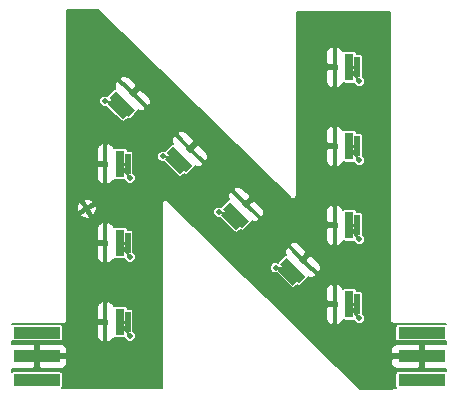
<source format=gtl>
G04 #@! TF.FileFunction,Copper,L1,Top,Signal*
%FSLAX46Y46*%
G04 Gerber Fmt 4.6, Leading zero omitted, Abs format (unit mm)*
G04 Created by KiCad (PCBNEW 4.0.0-rc2-stable) date 3/3/2016 3:46:15 PM*
%MOMM*%
G01*
G04 APERTURE LIST*
%ADD10C,0.150000*%
%ADD11R,0.500000X1.800000*%
%ADD12R,0.320000X2.300000*%
%ADD13R,0.800000X2.300000*%
%ADD14C,0.500000*%
%ADD15R,4.000000X1.000000*%
%ADD16C,0.600000*%
%ADD17C,0.254000*%
%ADD18C,0.152400*%
G04 APERTURE END LIST*
D10*
D11*
X56728285Y-45282310D03*
D12*
X54828285Y-45282310D03*
D13*
X56078285Y-45282310D03*
D14*
X56928285Y-46482310D03*
D11*
X56728285Y-38591890D03*
D12*
X54828285Y-38591890D03*
D13*
X56078285Y-38591890D03*
D14*
X56928285Y-39791890D03*
D11*
X56728285Y-31901470D03*
D12*
X54828285Y-31901470D03*
D13*
X56078285Y-31901470D03*
D14*
X56928285Y-33101470D03*
D10*
G36*
X56290609Y-28087532D02*
X54993241Y-26839800D01*
X55339833Y-26479420D01*
X56637201Y-27727152D01*
X56290609Y-28087532D01*
X56290609Y-28087532D01*
G37*
G36*
X57850236Y-26826516D02*
X56192488Y-25232191D01*
X56414308Y-25001548D01*
X58072056Y-26595873D01*
X57850236Y-26826516D01*
X57850236Y-26826516D01*
G37*
G36*
X56817391Y-27900448D02*
X55159643Y-26306124D01*
X55714191Y-25729516D01*
X57371939Y-27323840D01*
X56817391Y-27900448D01*
X56817391Y-27900448D01*
G37*
D14*
X54811672Y-26595806D03*
D10*
G36*
X61138312Y-32785191D02*
X59859535Y-31518413D01*
X60211418Y-31163197D01*
X61490195Y-32429975D01*
X61138312Y-32785191D01*
X61138312Y-32785191D01*
G37*
G36*
X62716414Y-31547373D02*
X61082421Y-29928711D01*
X61307626Y-29701373D01*
X62941619Y-31320035D01*
X62716414Y-31547373D01*
X62716414Y-31547373D01*
G37*
G36*
X61667802Y-32605917D02*
X60033809Y-30987255D01*
X60596822Y-30418909D01*
X62230815Y-32037571D01*
X61667802Y-32605917D01*
X61667802Y-32605917D01*
G37*
D14*
X59681593Y-31271761D03*
D10*
G36*
X65900461Y-37489757D02*
X64615040Y-36229720D01*
X64965051Y-35872659D01*
X66250472Y-37132696D01*
X65900461Y-37489757D01*
X65900461Y-37489757D01*
G37*
G36*
X67472034Y-36243658D02*
X65829552Y-34633611D01*
X66053558Y-34405092D01*
X67696040Y-36015139D01*
X67472034Y-36243658D01*
X67472034Y-36243658D01*
G37*
G36*
X66429003Y-37307702D02*
X64786521Y-35697654D01*
X65346537Y-35126356D01*
X66989019Y-36736404D01*
X66429003Y-37307702D01*
X66429003Y-37307702D01*
G37*
D14*
X64435805Y-35984008D03*
D10*
G36*
X70713995Y-42194898D02*
X69422329Y-40941264D01*
X69770561Y-40582468D01*
X71062227Y-41836102D01*
X70713995Y-42194898D01*
X70713995Y-42194898D01*
G37*
G36*
X72279355Y-40941006D02*
X70628893Y-39339140D01*
X70851761Y-39109510D01*
X72502223Y-40711376D01*
X72279355Y-40941006D01*
X72279355Y-40941006D01*
G37*
G36*
X71241625Y-42010218D02*
X69591162Y-40408352D01*
X70148333Y-39834278D01*
X71798796Y-41436144D01*
X71241625Y-42010218D01*
X71241625Y-42010218D01*
G37*
D14*
X69241874Y-40696446D03*
D11*
X76140585Y-43786797D03*
D12*
X74240585Y-43786797D03*
D13*
X75490585Y-43786797D03*
D14*
X76340585Y-44986797D03*
D11*
X76140585Y-37096290D03*
D12*
X74240585Y-37096290D03*
D13*
X75490585Y-37096290D03*
D14*
X76340585Y-38296290D03*
D11*
X76140585Y-30405792D03*
D12*
X74240585Y-30405792D03*
D13*
X75490585Y-30405792D03*
D14*
X76340585Y-31605792D03*
D11*
X76140585Y-23715292D03*
D12*
X74240585Y-23715292D03*
D13*
X75490585Y-23715292D03*
D14*
X76340585Y-24915292D03*
D15*
X81610790Y-50192207D03*
X81610790Y-48192207D03*
X81610790Y-46192207D03*
D16*
X80610790Y-50192207D03*
X80610790Y-48192207D03*
X80610790Y-46192207D03*
D15*
X49020840Y-46192207D03*
X49020840Y-48192207D03*
X49020840Y-50192207D03*
D16*
X50020840Y-46192207D03*
X50020840Y-48192207D03*
X50020840Y-50192207D03*
D14*
X53261648Y-35702706D03*
D17*
X56730000Y-45280000D02*
X56080000Y-45280000D01*
X56730000Y-45280000D02*
X56080000Y-45280000D01*
X56730000Y-45280000D02*
X56080000Y-45280000D01*
X56730000Y-45280000D02*
X56080000Y-45280000D01*
X56730000Y-45280000D02*
X56080000Y-45280000D01*
X56730000Y-45280000D02*
X56080000Y-45280000D01*
X56730000Y-45280000D02*
X56080000Y-45280000D01*
X56730000Y-45280000D02*
X56080000Y-45280000D01*
X56730000Y-45280000D02*
X56080000Y-45280000D01*
X56080000Y-45280000D02*
X56930000Y-46480000D01*
X56080000Y-45280000D02*
X56930000Y-46480000D01*
X56080000Y-45280000D02*
X56930000Y-46480000D01*
X56080000Y-45280000D02*
X56930000Y-46480000D01*
X56080000Y-45280000D02*
X56930000Y-46480000D01*
X56080000Y-45280000D02*
X56930000Y-46480000D01*
X56080000Y-45280000D02*
X56930000Y-46480000D01*
X56080000Y-45280000D02*
X56930000Y-46480000D01*
X56080000Y-45280000D02*
X56930000Y-46480000D01*
X56730000Y-38590000D02*
X56080000Y-38590000D01*
X56730000Y-38590000D02*
X56080000Y-38590000D01*
X56730000Y-38590000D02*
X56080000Y-38590000D01*
X56730000Y-38590000D02*
X56080000Y-38590000D01*
X56730000Y-38590000D02*
X56080000Y-38590000D01*
X56730000Y-38590000D02*
X56080000Y-38590000D01*
X56730000Y-38590000D02*
X56080000Y-38590000D01*
X56730000Y-38590000D02*
X56080000Y-38590000D01*
X56730000Y-38590000D02*
X56080000Y-38590000D01*
X56080000Y-38590000D02*
X56930000Y-39790000D01*
X56080000Y-38590000D02*
X56930000Y-39790000D01*
X56080000Y-38590000D02*
X56930000Y-39790000D01*
X56080000Y-38590000D02*
X56930000Y-39790000D01*
X56080000Y-38590000D02*
X56930000Y-39790000D01*
X56080000Y-38590000D02*
X56930000Y-39790000D01*
X56080000Y-38590000D02*
X56930000Y-39790000D01*
X56080000Y-38590000D02*
X56930000Y-39790000D01*
X56080000Y-38590000D02*
X56930000Y-39790000D01*
X56730000Y-31900000D02*
X56080000Y-31900000D01*
X56730000Y-31900000D02*
X56080000Y-31900000D01*
X56730000Y-31900000D02*
X56080000Y-31900000D01*
X56730000Y-31900000D02*
X56080000Y-31900000D01*
X56730000Y-31900000D02*
X56080000Y-31900000D01*
X56730000Y-31900000D02*
X56080000Y-31900000D01*
X56730000Y-31900000D02*
X56080000Y-31900000D01*
X56730000Y-31900000D02*
X56080000Y-31900000D01*
X56730000Y-31900000D02*
X56080000Y-31900000D01*
X56080000Y-31900000D02*
X56930000Y-33100000D01*
X56080000Y-31900000D02*
X56930000Y-33100000D01*
X56080000Y-31900000D02*
X56930000Y-33100000D01*
X56080000Y-31900000D02*
X56930000Y-33100000D01*
X56080000Y-31900000D02*
X56930000Y-33100000D01*
X56080000Y-31900000D02*
X56930000Y-33100000D01*
X56080000Y-31900000D02*
X56930000Y-33100000D01*
X56080000Y-31900000D02*
X56930000Y-33100000D01*
X56080000Y-31900000D02*
X56930000Y-33100000D01*
X55820000Y-27280000D02*
X56270000Y-26810000D01*
X55820000Y-27280000D02*
X56270000Y-26810000D01*
X55820000Y-27280000D02*
X56270000Y-26810000D01*
X55820000Y-27280000D02*
X56270000Y-26810000D01*
X55820000Y-27280000D02*
X56270000Y-26810000D01*
X55820000Y-27280000D02*
X56270000Y-26810000D01*
X55820000Y-27280000D02*
X56270000Y-26810000D01*
X55820000Y-27280000D02*
X56270000Y-26810000D01*
X55820000Y-27280000D02*
X56270000Y-26810000D01*
X56270000Y-26810000D02*
X54810000Y-26600000D01*
X56270000Y-26810000D02*
X54810000Y-26600000D01*
X56270000Y-26810000D02*
X54810000Y-26600000D01*
X56270000Y-26810000D02*
X54810000Y-26600000D01*
X56270000Y-26810000D02*
X54810000Y-26600000D01*
X56270000Y-26810000D02*
X54810000Y-26600000D01*
X56270000Y-26810000D02*
X54810000Y-26600000D01*
X56270000Y-26810000D02*
X54810000Y-26600000D01*
X56270000Y-26810000D02*
X54810000Y-26600000D01*
X60670000Y-31970000D02*
X61130000Y-31510000D01*
X60670000Y-31970000D02*
X61130000Y-31510000D01*
X60670000Y-31970000D02*
X61130000Y-31510000D01*
X60670000Y-31970000D02*
X61130000Y-31510000D01*
X60670000Y-31970000D02*
X61130000Y-31510000D01*
X60670000Y-31970000D02*
X61130000Y-31510000D01*
X60670000Y-31970000D02*
X61130000Y-31510000D01*
X60670000Y-31970000D02*
X61130000Y-31510000D01*
X60670000Y-31970000D02*
X61130000Y-31510000D01*
X61130000Y-31510000D02*
X59680000Y-31270000D01*
X61130000Y-31510000D02*
X59680000Y-31270000D01*
X61130000Y-31510000D02*
X59680000Y-31270000D01*
X61130000Y-31510000D02*
X59680000Y-31270000D01*
X61130000Y-31510000D02*
X59680000Y-31270000D01*
X61130000Y-31510000D02*
X59680000Y-31270000D01*
X61130000Y-31510000D02*
X59680000Y-31270000D01*
X61130000Y-31510000D02*
X59680000Y-31270000D01*
X61130000Y-31510000D02*
X59680000Y-31270000D01*
X65430000Y-36680000D02*
X65890000Y-36220000D01*
X65430000Y-36680000D02*
X65890000Y-36220000D01*
X65430000Y-36680000D02*
X65890000Y-36220000D01*
X65430000Y-36680000D02*
X65890000Y-36220000D01*
X65430000Y-36680000D02*
X65890000Y-36220000D01*
X65430000Y-36680000D02*
X65890000Y-36220000D01*
X65430000Y-36680000D02*
X65890000Y-36220000D01*
X65430000Y-36680000D02*
X65890000Y-36220000D01*
X65430000Y-36680000D02*
X65890000Y-36220000D01*
X65890000Y-36220000D02*
X64440000Y-35980000D01*
X65890000Y-36220000D02*
X64440000Y-35980000D01*
X65890000Y-36220000D02*
X64440000Y-35980000D01*
X65890000Y-36220000D02*
X64440000Y-35980000D01*
X65890000Y-36220000D02*
X64440000Y-35980000D01*
X65890000Y-36220000D02*
X64440000Y-35980000D01*
X65890000Y-36220000D02*
X64440000Y-35980000D01*
X65890000Y-36220000D02*
X64440000Y-35980000D01*
X65890000Y-36220000D02*
X64440000Y-35980000D01*
X70240000Y-41390000D02*
X70690000Y-40920000D01*
X70240000Y-41390000D02*
X70690000Y-40920000D01*
X70240000Y-41390000D02*
X70690000Y-40920000D01*
X70240000Y-41390000D02*
X70690000Y-40920000D01*
X70240000Y-41390000D02*
X70690000Y-40920000D01*
X70240000Y-41390000D02*
X70690000Y-40920000D01*
X70240000Y-41390000D02*
X70690000Y-40920000D01*
X70240000Y-41390000D02*
X70690000Y-40920000D01*
X70240000Y-41390000D02*
X70690000Y-40920000D01*
X70690000Y-40920000D02*
X69240000Y-40700000D01*
X70690000Y-40920000D02*
X69240000Y-40700000D01*
X70690000Y-40920000D02*
X69240000Y-40700000D01*
X70690000Y-40920000D02*
X69240000Y-40700000D01*
X70690000Y-40920000D02*
X69240000Y-40700000D01*
X70690000Y-40920000D02*
X69240000Y-40700000D01*
X70690000Y-40920000D02*
X69240000Y-40700000D01*
X70690000Y-40920000D02*
X69240000Y-40700000D01*
X70690000Y-40920000D02*
X69240000Y-40700000D01*
X76140000Y-43790000D02*
X75490000Y-43790000D01*
X76140000Y-43790000D02*
X75490000Y-43790000D01*
X76140000Y-43790000D02*
X75490000Y-43790000D01*
X76140000Y-43790000D02*
X75490000Y-43790000D01*
X76140000Y-43790000D02*
X75490000Y-43790000D01*
X76140000Y-43790000D02*
X75490000Y-43790000D01*
X76140000Y-43790000D02*
X75490000Y-43790000D01*
X76140000Y-43790000D02*
X75490000Y-43790000D01*
X76140000Y-43790000D02*
X75490000Y-43790000D01*
X75490000Y-43790000D02*
X76340000Y-44990000D01*
X75490000Y-43790000D02*
X76340000Y-44990000D01*
X75490000Y-43790000D02*
X76340000Y-44990000D01*
X75490000Y-43790000D02*
X76340000Y-44990000D01*
X75490000Y-43790000D02*
X76340000Y-44990000D01*
X75490000Y-43790000D02*
X76340000Y-44990000D01*
X75490000Y-43790000D02*
X76340000Y-44990000D01*
X75490000Y-43790000D02*
X76340000Y-44990000D01*
X75490000Y-43790000D02*
X76340000Y-44990000D01*
X76140000Y-37100000D02*
X75490000Y-37100000D01*
X76140000Y-37100000D02*
X75490000Y-37100000D01*
X76140000Y-37100000D02*
X75490000Y-37100000D01*
X76140000Y-37100000D02*
X75490000Y-37100000D01*
X76140000Y-37100000D02*
X75490000Y-37100000D01*
X76140000Y-37100000D02*
X75490000Y-37100000D01*
X76140000Y-37100000D02*
X75490000Y-37100000D01*
X76140000Y-37100000D02*
X75490000Y-37100000D01*
X76140000Y-37100000D02*
X75490000Y-37100000D01*
X75490000Y-37100000D02*
X76340000Y-38300000D01*
X75490000Y-37100000D02*
X76340000Y-38300000D01*
X75490000Y-37100000D02*
X76340000Y-38300000D01*
X75490000Y-37100000D02*
X76340000Y-38300000D01*
X75490000Y-37100000D02*
X76340000Y-38300000D01*
X75490000Y-37100000D02*
X76340000Y-38300000D01*
X75490000Y-37100000D02*
X76340000Y-38300000D01*
X75490000Y-37100000D02*
X76340000Y-38300000D01*
X75490000Y-37100000D02*
X76340000Y-38300000D01*
X76140000Y-30410000D02*
X75490000Y-30410000D01*
X76140000Y-30410000D02*
X75490000Y-30410000D01*
X76140000Y-30410000D02*
X75490000Y-30410000D01*
X76140000Y-30410000D02*
X75490000Y-30410000D01*
X76140000Y-30410000D02*
X75490000Y-30410000D01*
X76140000Y-30410000D02*
X75490000Y-30410000D01*
X76140000Y-30410000D02*
X75490000Y-30410000D01*
X76140000Y-30410000D02*
X75490000Y-30410000D01*
X76140000Y-30410000D02*
X75490000Y-30410000D01*
X75490000Y-30410000D02*
X76340000Y-31610000D01*
X75490000Y-30410000D02*
X76340000Y-31610000D01*
X75490000Y-30410000D02*
X76340000Y-31610000D01*
X75490000Y-30410000D02*
X76340000Y-31610000D01*
X75490000Y-30410000D02*
X76340000Y-31610000D01*
X75490000Y-30410000D02*
X76340000Y-31610000D01*
X75490000Y-30410000D02*
X76340000Y-31610000D01*
X75490000Y-30410000D02*
X76340000Y-31610000D01*
X75490000Y-30410000D02*
X76340000Y-31610000D01*
X76140000Y-23720000D02*
X75490000Y-23720000D01*
X76140000Y-23720000D02*
X75490000Y-23720000D01*
X76140000Y-23720000D02*
X75490000Y-23720000D01*
X76140000Y-23720000D02*
X75490000Y-23720000D01*
X76140000Y-23720000D02*
X75490000Y-23720000D01*
X76140000Y-23720000D02*
X75490000Y-23720000D01*
X76140000Y-23720000D02*
X75490000Y-23720000D01*
X76140000Y-23720000D02*
X75490000Y-23720000D01*
X76140000Y-23720000D02*
X75490000Y-23720000D01*
X75490000Y-23720000D02*
X76340000Y-24920000D01*
X75490000Y-23720000D02*
X76340000Y-24920000D01*
X75490000Y-23720000D02*
X76340000Y-24920000D01*
X75490000Y-23720000D02*
X76340000Y-24920000D01*
X75490000Y-23720000D02*
X76340000Y-24920000D01*
X75490000Y-23720000D02*
X76340000Y-24920000D01*
X75490000Y-23720000D02*
X76340000Y-24920000D01*
X75490000Y-23720000D02*
X76340000Y-24920000D01*
X75490000Y-23720000D02*
X76340000Y-24920000D01*
D18*
G36*
X70545199Y-34809175D02*
X70589449Y-34838036D01*
X70633384Y-34867393D01*
X70634930Y-34867700D01*
X70636249Y-34868561D01*
X70688190Y-34878294D01*
X70740000Y-34888600D01*
X70741544Y-34888293D01*
X70743093Y-34888583D01*
X70794782Y-34877703D01*
X70846616Y-34867393D01*
X70847927Y-34866517D01*
X70849467Y-34866193D01*
X70893032Y-34836379D01*
X70937000Y-34807000D01*
X70937876Y-34805689D01*
X70939175Y-34804800D01*
X70968022Y-34760572D01*
X70997393Y-34716616D01*
X70997700Y-34715070D01*
X70998561Y-34713751D01*
X71008293Y-34661818D01*
X71018600Y-34610000D01*
X71018600Y-30729642D01*
X73496385Y-30729642D01*
X73496385Y-31671996D01*
X73585324Y-31886714D01*
X73749662Y-32051053D01*
X73964380Y-32139992D01*
X74014535Y-32139992D01*
X74160585Y-31993942D01*
X74160585Y-30583592D01*
X73642435Y-30583592D01*
X73496385Y-30729642D01*
X71018600Y-30729642D01*
X71018600Y-29139588D01*
X73496385Y-29139588D01*
X73496385Y-30081942D01*
X73642435Y-30227992D01*
X74160585Y-30227992D01*
X74160585Y-28817642D01*
X74320585Y-28817642D01*
X74320585Y-30227992D01*
X74400585Y-30227992D01*
X74400585Y-30583592D01*
X74320585Y-30583592D01*
X74320585Y-31993942D01*
X74466635Y-32139992D01*
X74516790Y-32139992D01*
X74731508Y-32051053D01*
X74895846Y-31886714D01*
X74956317Y-31740724D01*
X74999905Y-31770507D01*
X75090585Y-31788870D01*
X75890585Y-31788870D01*
X75897823Y-31787508D01*
X75934611Y-31876543D01*
X76069126Y-32011292D01*
X76244968Y-32084308D01*
X76435367Y-32084475D01*
X76611336Y-32011766D01*
X76746085Y-31877251D01*
X76819101Y-31701409D01*
X76819268Y-31511010D01*
X76746559Y-31335041D01*
X76623663Y-31211931D01*
X76623663Y-29505792D01*
X76607723Y-29421078D01*
X76557657Y-29343274D01*
X76481265Y-29291077D01*
X76390585Y-29272714D01*
X76123663Y-29272714D01*
X76123663Y-29255792D01*
X76107723Y-29171078D01*
X76057657Y-29093274D01*
X75981265Y-29041077D01*
X75890585Y-29022714D01*
X75090585Y-29022714D01*
X75005871Y-29038654D01*
X74956213Y-29070609D01*
X74895846Y-28924870D01*
X74731508Y-28760531D01*
X74516790Y-28671592D01*
X74466635Y-28671592D01*
X74320585Y-28817642D01*
X74160585Y-28817642D01*
X74014535Y-28671592D01*
X73964380Y-28671592D01*
X73749662Y-28760531D01*
X73585324Y-28924870D01*
X73496385Y-29139588D01*
X71018600Y-29139588D01*
X71018600Y-24039142D01*
X73496385Y-24039142D01*
X73496385Y-24981496D01*
X73585324Y-25196214D01*
X73749662Y-25360553D01*
X73964380Y-25449492D01*
X74014535Y-25449492D01*
X74160585Y-25303442D01*
X74160585Y-23893092D01*
X73642435Y-23893092D01*
X73496385Y-24039142D01*
X71018600Y-24039142D01*
X71018600Y-22449088D01*
X73496385Y-22449088D01*
X73496385Y-23391442D01*
X73642435Y-23537492D01*
X74160585Y-23537492D01*
X74160585Y-22127142D01*
X74320585Y-22127142D01*
X74320585Y-23537492D01*
X74400585Y-23537492D01*
X74400585Y-23893092D01*
X74320585Y-23893092D01*
X74320585Y-25303442D01*
X74466635Y-25449492D01*
X74516790Y-25449492D01*
X74731508Y-25360553D01*
X74895846Y-25196214D01*
X74956317Y-25050224D01*
X74999905Y-25080007D01*
X75090585Y-25098370D01*
X75890585Y-25098370D01*
X75897823Y-25097008D01*
X75934611Y-25186043D01*
X76069126Y-25320792D01*
X76244968Y-25393808D01*
X76435367Y-25393975D01*
X76611336Y-25321266D01*
X76746085Y-25186751D01*
X76819101Y-25010909D01*
X76819268Y-24820510D01*
X76746559Y-24644541D01*
X76623663Y-24521431D01*
X76623663Y-22815292D01*
X76607723Y-22730578D01*
X76557657Y-22652774D01*
X76481265Y-22600577D01*
X76390585Y-22582214D01*
X76123663Y-22582214D01*
X76123663Y-22565292D01*
X76107723Y-22480578D01*
X76057657Y-22402774D01*
X75981265Y-22350577D01*
X75890585Y-22332214D01*
X75090585Y-22332214D01*
X75005871Y-22348154D01*
X74956213Y-22380109D01*
X74895846Y-22234370D01*
X74731508Y-22070031D01*
X74516790Y-21981092D01*
X74466635Y-21981092D01*
X74320585Y-22127142D01*
X74160585Y-22127142D01*
X74014535Y-21981092D01*
X73964380Y-21981092D01*
X73749662Y-22070031D01*
X73585324Y-22234370D01*
X73496385Y-22449088D01*
X71018600Y-22449088D01*
X71018600Y-18998600D01*
X78941400Y-18998600D01*
X78941400Y-45150000D01*
X78962607Y-45256616D01*
X79023000Y-45347000D01*
X79113384Y-45407393D01*
X79220000Y-45428600D01*
X83641400Y-45428600D01*
X83641400Y-45465328D01*
X83610790Y-45459129D01*
X79610790Y-45459129D01*
X79526076Y-45475069D01*
X79448272Y-45525135D01*
X79396075Y-45601527D01*
X79377712Y-45692207D01*
X79377712Y-46692207D01*
X79393652Y-46776921D01*
X79443718Y-46854725D01*
X79520110Y-46906922D01*
X79610790Y-46925285D01*
X83610790Y-46925285D01*
X83641400Y-46919525D01*
X83641400Y-47108007D01*
X81934640Y-47108007D01*
X81788590Y-47254057D01*
X81788590Y-48014407D01*
X81808590Y-48014407D01*
X81808590Y-48370007D01*
X81788590Y-48370007D01*
X81788590Y-49130357D01*
X81934640Y-49276407D01*
X83641400Y-49276407D01*
X83641400Y-49465328D01*
X83610790Y-49459129D01*
X79610790Y-49459129D01*
X79526076Y-49475069D01*
X79448272Y-49525135D01*
X79396075Y-49601527D01*
X79377712Y-49692207D01*
X79377712Y-50692207D01*
X79393652Y-50776921D01*
X79443718Y-50854725D01*
X79468122Y-50871400D01*
X79220000Y-50871400D01*
X79113384Y-50892607D01*
X79070292Y-50921400D01*
X76373537Y-50921400D01*
X72950681Y-47576002D01*
X79026590Y-47576002D01*
X79026590Y-47868357D01*
X79172640Y-48014407D01*
X79742870Y-48014407D01*
X79711378Y-48130540D01*
X79742172Y-48370007D01*
X79172640Y-48370007D01*
X79026590Y-48516057D01*
X79026590Y-48808412D01*
X79115529Y-49023130D01*
X79279868Y-49187468D01*
X79494586Y-49276407D01*
X81286940Y-49276407D01*
X81432990Y-49130357D01*
X81432990Y-48538605D01*
X81510202Y-48253874D01*
X81465337Y-47904990D01*
X81432990Y-47826897D01*
X81432990Y-47254057D01*
X81286940Y-47108007D01*
X79494586Y-47108007D01*
X79279868Y-47196946D01*
X79115529Y-47361284D01*
X79026590Y-47576002D01*
X72950681Y-47576002D01*
X69405089Y-44110647D01*
X73496385Y-44110647D01*
X73496385Y-45053001D01*
X73585324Y-45267719D01*
X73749662Y-45432058D01*
X73964380Y-45520997D01*
X74014535Y-45520997D01*
X74160585Y-45374947D01*
X74160585Y-43964597D01*
X73642435Y-43964597D01*
X73496385Y-44110647D01*
X69405089Y-44110647D01*
X67778219Y-42520593D01*
X73496385Y-42520593D01*
X73496385Y-43462947D01*
X73642435Y-43608997D01*
X74160585Y-43608997D01*
X74160585Y-42198647D01*
X74320585Y-42198647D01*
X74320585Y-43608997D01*
X74400585Y-43608997D01*
X74400585Y-43964597D01*
X74320585Y-43964597D01*
X74320585Y-45374947D01*
X74466635Y-45520997D01*
X74516790Y-45520997D01*
X74731508Y-45432058D01*
X74895846Y-45267719D01*
X74956317Y-45121729D01*
X74999905Y-45151512D01*
X75090585Y-45169875D01*
X75890585Y-45169875D01*
X75897823Y-45168513D01*
X75934611Y-45257548D01*
X76069126Y-45392297D01*
X76244968Y-45465313D01*
X76435367Y-45465480D01*
X76611336Y-45392771D01*
X76746085Y-45258256D01*
X76819101Y-45082414D01*
X76819268Y-44892015D01*
X76746559Y-44716046D01*
X76623663Y-44592936D01*
X76623663Y-42886797D01*
X76607723Y-42802083D01*
X76557657Y-42724279D01*
X76481265Y-42672082D01*
X76390585Y-42653719D01*
X76123663Y-42653719D01*
X76123663Y-42636797D01*
X76107723Y-42552083D01*
X76057657Y-42474279D01*
X75981265Y-42422082D01*
X75890585Y-42403719D01*
X75090585Y-42403719D01*
X75005871Y-42419659D01*
X74956213Y-42451614D01*
X74895846Y-42305875D01*
X74731508Y-42141536D01*
X74516790Y-42052597D01*
X74466635Y-42052597D01*
X74320585Y-42198647D01*
X74160585Y-42198647D01*
X74014535Y-42052597D01*
X73964380Y-42052597D01*
X73749662Y-42141536D01*
X73585324Y-42305875D01*
X73496385Y-42520593D01*
X67778219Y-42520593D01*
X66008812Y-40791228D01*
X68763191Y-40791228D01*
X68835900Y-40967197D01*
X68970415Y-41101946D01*
X69146257Y-41174962D01*
X69328623Y-41175122D01*
X70551665Y-42362153D01*
X70623556Y-42409715D01*
X70714257Y-42427976D01*
X70804917Y-42409511D01*
X70881250Y-42357228D01*
X71067151Y-42165687D01*
X71079295Y-42177473D01*
X71151186Y-42225035D01*
X71241887Y-42243296D01*
X71332547Y-42224831D01*
X71408880Y-42172548D01*
X71966051Y-41598474D01*
X72013613Y-41526583D01*
X72025268Y-41468694D01*
X72171891Y-41526876D01*
X72404275Y-41523405D01*
X72617640Y-41431267D01*
X72652571Y-41395276D01*
X72649485Y-41188754D01*
X71637429Y-40206497D01*
X71581712Y-40263904D01*
X71404266Y-40091682D01*
X71748863Y-40091682D01*
X72760919Y-41073939D01*
X72967442Y-41070853D01*
X73002373Y-41034862D01*
X73088095Y-40818839D01*
X73084622Y-40586456D01*
X72992484Y-40373090D01*
X72825709Y-40211226D01*
X72316258Y-39716775D01*
X72109735Y-39719861D01*
X71748863Y-40091682D01*
X71404266Y-40091682D01*
X71326536Y-40016241D01*
X71382253Y-39958834D01*
X70370197Y-38976577D01*
X70163674Y-38979663D01*
X70128743Y-39015654D01*
X70043021Y-39231677D01*
X70046494Y-39464060D01*
X70109139Y-39609129D01*
X70057411Y-39619665D01*
X69981078Y-39671948D01*
X69423907Y-40246022D01*
X69419863Y-40252134D01*
X69337491Y-40217930D01*
X69147092Y-40217763D01*
X68971123Y-40290472D01*
X68836374Y-40424987D01*
X68763358Y-40600829D01*
X68763191Y-40791228D01*
X66008812Y-40791228D01*
X63823368Y-38655240D01*
X70478545Y-38655240D01*
X70481631Y-38861762D01*
X71493687Y-39844019D01*
X71854560Y-39472199D01*
X71851474Y-39265676D01*
X71342023Y-38771225D01*
X71175248Y-38609361D01*
X70959225Y-38523640D01*
X70726841Y-38527111D01*
X70513476Y-38619249D01*
X70478545Y-38655240D01*
X63823368Y-38655240D01*
X61187262Y-36078790D01*
X63957122Y-36078790D01*
X64029831Y-36254759D01*
X64164346Y-36389508D01*
X64340188Y-36462524D01*
X64519736Y-36462681D01*
X65737302Y-37656203D01*
X65808956Y-37704122D01*
X65899565Y-37722833D01*
X65990315Y-37704819D01*
X66066907Y-37652917D01*
X66253759Y-37462302D01*
X66265844Y-37474148D01*
X66337498Y-37522067D01*
X66428107Y-37540778D01*
X66518858Y-37522764D01*
X66595449Y-37470861D01*
X66645168Y-37420140D01*
X73496385Y-37420140D01*
X73496385Y-38362494D01*
X73585324Y-38577212D01*
X73749662Y-38741551D01*
X73964380Y-38830490D01*
X74014535Y-38830490D01*
X74160585Y-38684440D01*
X74160585Y-37274090D01*
X73642435Y-37274090D01*
X73496385Y-37420140D01*
X66645168Y-37420140D01*
X67155465Y-36899563D01*
X67203384Y-36827909D01*
X67215326Y-36770077D01*
X67361660Y-36828988D01*
X67594058Y-36826671D01*
X67807878Y-36735595D01*
X67842988Y-36699778D01*
X67840928Y-36493242D01*
X66833765Y-35505968D01*
X66777763Y-35563098D01*
X66602922Y-35391709D01*
X66945769Y-35391709D01*
X67952932Y-36378983D01*
X68159467Y-36376923D01*
X68194577Y-36341106D01*
X68281370Y-36125512D01*
X68279052Y-35893114D01*
X68252206Y-35830086D01*
X73496385Y-35830086D01*
X73496385Y-36772440D01*
X73642435Y-36918490D01*
X74160585Y-36918490D01*
X74160585Y-35508140D01*
X74320585Y-35508140D01*
X74320585Y-36918490D01*
X74400585Y-36918490D01*
X74400585Y-37274090D01*
X74320585Y-37274090D01*
X74320585Y-38684440D01*
X74466635Y-38830490D01*
X74516790Y-38830490D01*
X74731508Y-38741551D01*
X74895846Y-38577212D01*
X74956317Y-38431222D01*
X74999905Y-38461005D01*
X75090585Y-38479368D01*
X75890585Y-38479368D01*
X75897823Y-38478006D01*
X75934611Y-38567041D01*
X76069126Y-38701790D01*
X76244968Y-38774806D01*
X76435367Y-38774973D01*
X76611336Y-38702264D01*
X76746085Y-38567749D01*
X76819101Y-38391907D01*
X76819268Y-38201508D01*
X76746559Y-38025539D01*
X76623663Y-37902429D01*
X76623663Y-36196290D01*
X76607723Y-36111576D01*
X76557657Y-36033772D01*
X76481265Y-35981575D01*
X76390585Y-35963212D01*
X76123663Y-35963212D01*
X76123663Y-35946290D01*
X76107723Y-35861576D01*
X76057657Y-35783772D01*
X75981265Y-35731575D01*
X75890585Y-35713212D01*
X75090585Y-35713212D01*
X75005871Y-35729152D01*
X74956213Y-35761107D01*
X74895846Y-35615368D01*
X74731508Y-35451029D01*
X74516790Y-35362090D01*
X74466635Y-35362090D01*
X74320585Y-35508140D01*
X74160585Y-35508140D01*
X74014535Y-35362090D01*
X73964380Y-35362090D01*
X73749662Y-35451029D01*
X73585324Y-35615368D01*
X73496385Y-35830086D01*
X68252206Y-35830086D01*
X68187976Y-35679294D01*
X68022008Y-35516603D01*
X67515020Y-35019627D01*
X67308484Y-35021686D01*
X66945769Y-35391709D01*
X66602922Y-35391709D01*
X66523821Y-35314171D01*
X66579823Y-35257041D01*
X65572660Y-34269767D01*
X65366125Y-34271827D01*
X65331015Y-34307644D01*
X65244222Y-34523238D01*
X65246540Y-34755636D01*
X65308464Y-34901015D01*
X65256682Y-34911294D01*
X65180091Y-34963197D01*
X64620075Y-35534495D01*
X64615988Y-35540607D01*
X64531422Y-35505492D01*
X64341023Y-35505325D01*
X64165054Y-35578034D01*
X64030305Y-35712549D01*
X63957289Y-35888391D01*
X63957122Y-36078790D01*
X61187262Y-36078790D01*
X60104733Y-35020759D01*
X60060534Y-34991952D01*
X60016616Y-34962607D01*
X60015022Y-34962290D01*
X60013663Y-34961404D01*
X59961776Y-34951699D01*
X59910000Y-34941400D01*
X59908408Y-34941717D01*
X59906812Y-34941418D01*
X59855158Y-34952309D01*
X59803384Y-34962607D01*
X59802034Y-34963509D01*
X59800446Y-34963844D01*
X59756906Y-34993663D01*
X59713000Y-35023000D01*
X59712098Y-35024350D01*
X59710759Y-35025267D01*
X59681952Y-35069466D01*
X59652607Y-35113384D01*
X59652290Y-35114978D01*
X59651404Y-35116337D01*
X59641699Y-35168224D01*
X59631400Y-35220000D01*
X59631400Y-50881400D01*
X51380274Y-50881400D01*
X51330000Y-50871400D01*
X51164522Y-50871400D01*
X51183358Y-50859279D01*
X51235555Y-50782887D01*
X51253918Y-50692207D01*
X51253918Y-49692207D01*
X51237978Y-49607493D01*
X51187912Y-49529689D01*
X51111520Y-49477492D01*
X51020840Y-49459129D01*
X47020840Y-49459129D01*
X46936126Y-49475069D01*
X46908600Y-49492782D01*
X46908600Y-49276407D01*
X48696990Y-49276407D01*
X48843040Y-49130357D01*
X48843040Y-48370007D01*
X48823040Y-48370007D01*
X48823040Y-48130540D01*
X49121428Y-48130540D01*
X49166293Y-48479424D01*
X49198640Y-48557517D01*
X49198640Y-49130357D01*
X49344690Y-49276407D01*
X51137044Y-49276407D01*
X51351762Y-49187468D01*
X51516101Y-49023130D01*
X51605040Y-48808412D01*
X51605040Y-48516057D01*
X51458990Y-48370007D01*
X50888760Y-48370007D01*
X50920252Y-48253874D01*
X50889458Y-48014407D01*
X51458990Y-48014407D01*
X51605040Y-47868357D01*
X51605040Y-47576002D01*
X51516101Y-47361284D01*
X51351762Y-47196946D01*
X51137044Y-47108007D01*
X49344690Y-47108007D01*
X49198640Y-47254057D01*
X49198640Y-47845809D01*
X49121428Y-48130540D01*
X48823040Y-48130540D01*
X48823040Y-48014407D01*
X48843040Y-48014407D01*
X48843040Y-47254057D01*
X48696990Y-47108007D01*
X46908600Y-47108007D01*
X46908600Y-46892191D01*
X46930160Y-46906922D01*
X47020840Y-46925285D01*
X51020840Y-46925285D01*
X51105554Y-46909345D01*
X51183358Y-46859279D01*
X51235555Y-46782887D01*
X51253918Y-46692207D01*
X51253918Y-45692207D01*
X51237978Y-45607493D01*
X51237121Y-45606160D01*
X54084085Y-45606160D01*
X54084085Y-46548514D01*
X54173024Y-46763232D01*
X54337362Y-46927571D01*
X54552080Y-47016510D01*
X54602235Y-47016510D01*
X54748285Y-46870460D01*
X54748285Y-45460110D01*
X54230135Y-45460110D01*
X54084085Y-45606160D01*
X51237121Y-45606160D01*
X51187912Y-45529689D01*
X51111520Y-45477492D01*
X51020840Y-45459129D01*
X47020840Y-45459129D01*
X46936126Y-45475069D01*
X46908600Y-45492782D01*
X46908600Y-45428600D01*
X51330000Y-45428600D01*
X51436616Y-45407393D01*
X51527000Y-45347000D01*
X51587393Y-45256616D01*
X51608600Y-45150000D01*
X51608600Y-44016106D01*
X54084085Y-44016106D01*
X54084085Y-44958460D01*
X54230135Y-45104510D01*
X54748285Y-45104510D01*
X54748285Y-43694160D01*
X54908285Y-43694160D01*
X54908285Y-45104510D01*
X54988285Y-45104510D01*
X54988285Y-45460110D01*
X54908285Y-45460110D01*
X54908285Y-46870460D01*
X55054335Y-47016510D01*
X55104490Y-47016510D01*
X55319208Y-46927571D01*
X55483546Y-46763232D01*
X55544017Y-46617242D01*
X55587605Y-46647025D01*
X55678285Y-46665388D01*
X56478285Y-46665388D01*
X56485523Y-46664026D01*
X56522311Y-46753061D01*
X56656826Y-46887810D01*
X56832668Y-46960826D01*
X57023067Y-46960993D01*
X57199036Y-46888284D01*
X57333785Y-46753769D01*
X57406801Y-46577927D01*
X57406968Y-46387528D01*
X57334259Y-46211559D01*
X57211363Y-46088449D01*
X57211363Y-44382310D01*
X57195423Y-44297596D01*
X57145357Y-44219792D01*
X57068965Y-44167595D01*
X56978285Y-44149232D01*
X56711363Y-44149232D01*
X56711363Y-44132310D01*
X56695423Y-44047596D01*
X56645357Y-43969792D01*
X56568965Y-43917595D01*
X56478285Y-43899232D01*
X55678285Y-43899232D01*
X55593571Y-43915172D01*
X55543913Y-43947127D01*
X55483546Y-43801388D01*
X55319208Y-43637049D01*
X55104490Y-43548110D01*
X55054335Y-43548110D01*
X54908285Y-43694160D01*
X54748285Y-43694160D01*
X54602235Y-43548110D01*
X54552080Y-43548110D01*
X54337362Y-43637049D01*
X54173024Y-43801388D01*
X54084085Y-44016106D01*
X51608600Y-44016106D01*
X51608600Y-38915740D01*
X54084085Y-38915740D01*
X54084085Y-39858094D01*
X54173024Y-40072812D01*
X54337362Y-40237151D01*
X54552080Y-40326090D01*
X54602235Y-40326090D01*
X54748285Y-40180040D01*
X54748285Y-38769690D01*
X54230135Y-38769690D01*
X54084085Y-38915740D01*
X51608600Y-38915740D01*
X51608600Y-37325686D01*
X54084085Y-37325686D01*
X54084085Y-38268040D01*
X54230135Y-38414090D01*
X54748285Y-38414090D01*
X54748285Y-37003740D01*
X54908285Y-37003740D01*
X54908285Y-38414090D01*
X54988285Y-38414090D01*
X54988285Y-38769690D01*
X54908285Y-38769690D01*
X54908285Y-40180040D01*
X55054335Y-40326090D01*
X55104490Y-40326090D01*
X55319208Y-40237151D01*
X55483546Y-40072812D01*
X55544017Y-39926822D01*
X55587605Y-39956605D01*
X55678285Y-39974968D01*
X56478285Y-39974968D01*
X56485523Y-39973606D01*
X56522311Y-40062641D01*
X56656826Y-40197390D01*
X56832668Y-40270406D01*
X57023067Y-40270573D01*
X57199036Y-40197864D01*
X57333785Y-40063349D01*
X57406801Y-39887507D01*
X57406968Y-39697108D01*
X57334259Y-39521139D01*
X57211363Y-39398029D01*
X57211363Y-37691890D01*
X57195423Y-37607176D01*
X57145357Y-37529372D01*
X57068965Y-37477175D01*
X56978285Y-37458812D01*
X56711363Y-37458812D01*
X56711363Y-37441890D01*
X56695423Y-37357176D01*
X56645357Y-37279372D01*
X56568965Y-37227175D01*
X56478285Y-37208812D01*
X55678285Y-37208812D01*
X55593571Y-37224752D01*
X55543913Y-37256707D01*
X55483546Y-37110968D01*
X55319208Y-36946629D01*
X55104490Y-36857690D01*
X55054335Y-36857690D01*
X54908285Y-37003740D01*
X54748285Y-37003740D01*
X54602235Y-36857690D01*
X54552080Y-36857690D01*
X54337362Y-36946629D01*
X54173024Y-37110968D01*
X54084085Y-37325686D01*
X51608600Y-37325686D01*
X51608600Y-36339244D01*
X52697517Y-36339244D01*
X52984052Y-36506675D01*
X53312848Y-36551707D01*
X53460909Y-36529579D01*
X53511586Y-36361373D01*
X53218882Y-35874232D01*
X52731741Y-36166936D01*
X52697517Y-36339244D01*
X51608600Y-36339244D01*
X51608600Y-35753906D01*
X52412647Y-35753906D01*
X52434775Y-35901967D01*
X52602981Y-35952644D01*
X52947772Y-35745472D01*
X53433174Y-35745472D01*
X53725878Y-36232613D01*
X53898186Y-36266837D01*
X54065617Y-35980302D01*
X54110649Y-35651506D01*
X54088521Y-35503445D01*
X53920315Y-35452768D01*
X53433174Y-35745472D01*
X52947772Y-35745472D01*
X53090122Y-35659940D01*
X52797418Y-35172799D01*
X52625110Y-35138575D01*
X52457679Y-35425110D01*
X52412647Y-35753906D01*
X51608600Y-35753906D01*
X51608600Y-35044039D01*
X53011710Y-35044039D01*
X53304414Y-35531180D01*
X53791555Y-35238476D01*
X53825779Y-35066168D01*
X53539244Y-34898737D01*
X53210448Y-34853705D01*
X53062387Y-34875833D01*
X53011710Y-35044039D01*
X51608600Y-35044039D01*
X51608600Y-33948972D01*
X65682604Y-33948972D01*
X65684664Y-34155508D01*
X66691827Y-35142782D01*
X67054542Y-34772759D01*
X67052483Y-34566223D01*
X66545495Y-34069247D01*
X66379526Y-33906556D01*
X66163932Y-33819762D01*
X65931534Y-33822079D01*
X65717714Y-33913155D01*
X65682604Y-33948972D01*
X51608600Y-33948972D01*
X51608600Y-32225320D01*
X54084085Y-32225320D01*
X54084085Y-33167674D01*
X54173024Y-33382392D01*
X54337362Y-33546731D01*
X54552080Y-33635670D01*
X54602235Y-33635670D01*
X54748285Y-33489620D01*
X54748285Y-32079270D01*
X54230135Y-32079270D01*
X54084085Y-32225320D01*
X51608600Y-32225320D01*
X51608600Y-30635266D01*
X54084085Y-30635266D01*
X54084085Y-31577620D01*
X54230135Y-31723670D01*
X54748285Y-31723670D01*
X54748285Y-30313320D01*
X54908285Y-30313320D01*
X54908285Y-31723670D01*
X54988285Y-31723670D01*
X54988285Y-32079270D01*
X54908285Y-32079270D01*
X54908285Y-33489620D01*
X55054335Y-33635670D01*
X55104490Y-33635670D01*
X55319208Y-33546731D01*
X55483546Y-33382392D01*
X55544017Y-33236402D01*
X55587605Y-33266185D01*
X55678285Y-33284548D01*
X56478285Y-33284548D01*
X56485523Y-33283186D01*
X56522311Y-33372221D01*
X56656826Y-33506970D01*
X56832668Y-33579986D01*
X57023067Y-33580153D01*
X57199036Y-33507444D01*
X57333785Y-33372929D01*
X57406801Y-33197087D01*
X57406968Y-33006688D01*
X57334259Y-32830719D01*
X57211363Y-32707609D01*
X57211363Y-31366543D01*
X59202910Y-31366543D01*
X59275619Y-31542512D01*
X59410134Y-31677261D01*
X59585976Y-31750277D01*
X59762565Y-31750432D01*
X60974280Y-32950777D01*
X61045681Y-32999072D01*
X61136191Y-33018259D01*
X61227034Y-33000722D01*
X61303898Y-32949223D01*
X61491748Y-32759594D01*
X61503770Y-32771503D01*
X61575171Y-32819798D01*
X61665681Y-32838985D01*
X61756524Y-32821448D01*
X61833388Y-32769949D01*
X62396401Y-32201603D01*
X62444696Y-32130202D01*
X62456942Y-32072435D01*
X62602964Y-32132114D01*
X62835371Y-32131019D01*
X63049667Y-32041069D01*
X63084965Y-32005437D01*
X63083991Y-31798894D01*
X62082033Y-30806337D01*
X62025732Y-30863171D01*
X61853614Y-30692668D01*
X62194636Y-30692668D01*
X63196594Y-31685224D01*
X63403137Y-31684251D01*
X63438435Y-31648619D01*
X63526361Y-31433484D01*
X63525265Y-31201077D01*
X63435314Y-30986781D01*
X63270204Y-30823219D01*
X62765836Y-30323584D01*
X62559292Y-30324558D01*
X62194636Y-30692668D01*
X61853614Y-30692668D01*
X61773103Y-30612913D01*
X61829404Y-30556078D01*
X60827446Y-29563522D01*
X60620903Y-29564495D01*
X60585605Y-29600127D01*
X60497679Y-29815262D01*
X60498775Y-30047669D01*
X60559934Y-30193372D01*
X60508100Y-30203378D01*
X60431236Y-30254877D01*
X59868223Y-30823223D01*
X59864097Y-30829324D01*
X59777210Y-30793245D01*
X59586811Y-30793078D01*
X59410842Y-30865787D01*
X59276093Y-31000302D01*
X59203077Y-31176144D01*
X59202910Y-31366543D01*
X57211363Y-31366543D01*
X57211363Y-31001470D01*
X57195423Y-30916756D01*
X57145357Y-30838952D01*
X57068965Y-30786755D01*
X56978285Y-30768392D01*
X56711363Y-30768392D01*
X56711363Y-30751470D01*
X56695423Y-30666756D01*
X56645357Y-30588952D01*
X56568965Y-30536755D01*
X56478285Y-30518392D01*
X55678285Y-30518392D01*
X55593571Y-30534332D01*
X55543913Y-30566287D01*
X55483546Y-30420548D01*
X55319208Y-30256209D01*
X55104490Y-30167270D01*
X55054335Y-30167270D01*
X54908285Y-30313320D01*
X54748285Y-30313320D01*
X54602235Y-30167270D01*
X54552080Y-30167270D01*
X54337362Y-30256209D01*
X54173024Y-30420548D01*
X54084085Y-30635266D01*
X51608600Y-30635266D01*
X51608600Y-29243309D01*
X60939075Y-29243309D01*
X60940049Y-29449852D01*
X61942007Y-30442409D01*
X62306663Y-30074299D01*
X62305689Y-29867755D01*
X61801322Y-29368120D01*
X61636211Y-29204558D01*
X61421076Y-29116632D01*
X61188669Y-29117727D01*
X60974373Y-29207677D01*
X60939075Y-29243309D01*
X51608600Y-29243309D01*
X51608600Y-26690588D01*
X54332989Y-26690588D01*
X54405698Y-26866557D01*
X54540213Y-27001306D01*
X54716055Y-27074322D01*
X54901019Y-27074484D01*
X56129043Y-28255525D01*
X56201151Y-28302759D01*
X56291934Y-28320606D01*
X56382509Y-28301728D01*
X56458602Y-28249098D01*
X56643628Y-28056711D01*
X56655825Y-28068441D01*
X56727933Y-28115675D01*
X56818716Y-28133522D01*
X56909290Y-28114644D01*
X56985384Y-28062014D01*
X57539932Y-27485406D01*
X57587166Y-27413298D01*
X57598557Y-27355357D01*
X57745444Y-27412870D01*
X57977810Y-27408339D01*
X58190753Y-27315230D01*
X58225520Y-27279081D01*
X58221492Y-27072574D01*
X57204968Y-26094941D01*
X57149514Y-26152602D01*
X56969650Y-25979619D01*
X57315878Y-25979619D01*
X58332402Y-26957253D01*
X58538908Y-26953225D01*
X58573675Y-26917075D01*
X58658411Y-26700664D01*
X58653878Y-26468299D01*
X58560769Y-26255356D01*
X58393258Y-26094253D01*
X57881558Y-25602130D01*
X57675052Y-25606158D01*
X57315878Y-25979619D01*
X56969650Y-25979619D01*
X56893211Y-25906105D01*
X56948666Y-25848445D01*
X55932142Y-24870811D01*
X55725636Y-24874839D01*
X55690869Y-24910989D01*
X55606133Y-25127400D01*
X55610666Y-25359765D01*
X55673972Y-25504548D01*
X55622292Y-25515320D01*
X55546198Y-25567950D01*
X54991650Y-26144558D01*
X54987653Y-26150660D01*
X54907289Y-26117290D01*
X54716890Y-26117123D01*
X54540921Y-26189832D01*
X54406172Y-26324347D01*
X54333156Y-26500189D01*
X54332989Y-26690588D01*
X51608600Y-26690588D01*
X51608600Y-24548983D01*
X56039024Y-24548983D01*
X56043052Y-24755490D01*
X57059576Y-25733123D01*
X57418749Y-25359661D01*
X57414722Y-25153155D01*
X56903022Y-24661032D01*
X56735511Y-24499929D01*
X56519100Y-24415194D01*
X56286734Y-24419725D01*
X56073791Y-24512834D01*
X56039024Y-24548983D01*
X51608600Y-24548983D01*
X51608600Y-18858600D01*
X54236409Y-18858600D01*
X70545199Y-34809175D01*
X70545199Y-34809175D01*
G37*
X70545199Y-34809175D02*
X70589449Y-34838036D01*
X70633384Y-34867393D01*
X70634930Y-34867700D01*
X70636249Y-34868561D01*
X70688190Y-34878294D01*
X70740000Y-34888600D01*
X70741544Y-34888293D01*
X70743093Y-34888583D01*
X70794782Y-34877703D01*
X70846616Y-34867393D01*
X70847927Y-34866517D01*
X70849467Y-34866193D01*
X70893032Y-34836379D01*
X70937000Y-34807000D01*
X70937876Y-34805689D01*
X70939175Y-34804800D01*
X70968022Y-34760572D01*
X70997393Y-34716616D01*
X70997700Y-34715070D01*
X70998561Y-34713751D01*
X71008293Y-34661818D01*
X71018600Y-34610000D01*
X71018600Y-30729642D01*
X73496385Y-30729642D01*
X73496385Y-31671996D01*
X73585324Y-31886714D01*
X73749662Y-32051053D01*
X73964380Y-32139992D01*
X74014535Y-32139992D01*
X74160585Y-31993942D01*
X74160585Y-30583592D01*
X73642435Y-30583592D01*
X73496385Y-30729642D01*
X71018600Y-30729642D01*
X71018600Y-29139588D01*
X73496385Y-29139588D01*
X73496385Y-30081942D01*
X73642435Y-30227992D01*
X74160585Y-30227992D01*
X74160585Y-28817642D01*
X74320585Y-28817642D01*
X74320585Y-30227992D01*
X74400585Y-30227992D01*
X74400585Y-30583592D01*
X74320585Y-30583592D01*
X74320585Y-31993942D01*
X74466635Y-32139992D01*
X74516790Y-32139992D01*
X74731508Y-32051053D01*
X74895846Y-31886714D01*
X74956317Y-31740724D01*
X74999905Y-31770507D01*
X75090585Y-31788870D01*
X75890585Y-31788870D01*
X75897823Y-31787508D01*
X75934611Y-31876543D01*
X76069126Y-32011292D01*
X76244968Y-32084308D01*
X76435367Y-32084475D01*
X76611336Y-32011766D01*
X76746085Y-31877251D01*
X76819101Y-31701409D01*
X76819268Y-31511010D01*
X76746559Y-31335041D01*
X76623663Y-31211931D01*
X76623663Y-29505792D01*
X76607723Y-29421078D01*
X76557657Y-29343274D01*
X76481265Y-29291077D01*
X76390585Y-29272714D01*
X76123663Y-29272714D01*
X76123663Y-29255792D01*
X76107723Y-29171078D01*
X76057657Y-29093274D01*
X75981265Y-29041077D01*
X75890585Y-29022714D01*
X75090585Y-29022714D01*
X75005871Y-29038654D01*
X74956213Y-29070609D01*
X74895846Y-28924870D01*
X74731508Y-28760531D01*
X74516790Y-28671592D01*
X74466635Y-28671592D01*
X74320585Y-28817642D01*
X74160585Y-28817642D01*
X74014535Y-28671592D01*
X73964380Y-28671592D01*
X73749662Y-28760531D01*
X73585324Y-28924870D01*
X73496385Y-29139588D01*
X71018600Y-29139588D01*
X71018600Y-24039142D01*
X73496385Y-24039142D01*
X73496385Y-24981496D01*
X73585324Y-25196214D01*
X73749662Y-25360553D01*
X73964380Y-25449492D01*
X74014535Y-25449492D01*
X74160585Y-25303442D01*
X74160585Y-23893092D01*
X73642435Y-23893092D01*
X73496385Y-24039142D01*
X71018600Y-24039142D01*
X71018600Y-22449088D01*
X73496385Y-22449088D01*
X73496385Y-23391442D01*
X73642435Y-23537492D01*
X74160585Y-23537492D01*
X74160585Y-22127142D01*
X74320585Y-22127142D01*
X74320585Y-23537492D01*
X74400585Y-23537492D01*
X74400585Y-23893092D01*
X74320585Y-23893092D01*
X74320585Y-25303442D01*
X74466635Y-25449492D01*
X74516790Y-25449492D01*
X74731508Y-25360553D01*
X74895846Y-25196214D01*
X74956317Y-25050224D01*
X74999905Y-25080007D01*
X75090585Y-25098370D01*
X75890585Y-25098370D01*
X75897823Y-25097008D01*
X75934611Y-25186043D01*
X76069126Y-25320792D01*
X76244968Y-25393808D01*
X76435367Y-25393975D01*
X76611336Y-25321266D01*
X76746085Y-25186751D01*
X76819101Y-25010909D01*
X76819268Y-24820510D01*
X76746559Y-24644541D01*
X76623663Y-24521431D01*
X76623663Y-22815292D01*
X76607723Y-22730578D01*
X76557657Y-22652774D01*
X76481265Y-22600577D01*
X76390585Y-22582214D01*
X76123663Y-22582214D01*
X76123663Y-22565292D01*
X76107723Y-22480578D01*
X76057657Y-22402774D01*
X75981265Y-22350577D01*
X75890585Y-22332214D01*
X75090585Y-22332214D01*
X75005871Y-22348154D01*
X74956213Y-22380109D01*
X74895846Y-22234370D01*
X74731508Y-22070031D01*
X74516790Y-21981092D01*
X74466635Y-21981092D01*
X74320585Y-22127142D01*
X74160585Y-22127142D01*
X74014535Y-21981092D01*
X73964380Y-21981092D01*
X73749662Y-22070031D01*
X73585324Y-22234370D01*
X73496385Y-22449088D01*
X71018600Y-22449088D01*
X71018600Y-18998600D01*
X78941400Y-18998600D01*
X78941400Y-45150000D01*
X78962607Y-45256616D01*
X79023000Y-45347000D01*
X79113384Y-45407393D01*
X79220000Y-45428600D01*
X83641400Y-45428600D01*
X83641400Y-45465328D01*
X83610790Y-45459129D01*
X79610790Y-45459129D01*
X79526076Y-45475069D01*
X79448272Y-45525135D01*
X79396075Y-45601527D01*
X79377712Y-45692207D01*
X79377712Y-46692207D01*
X79393652Y-46776921D01*
X79443718Y-46854725D01*
X79520110Y-46906922D01*
X79610790Y-46925285D01*
X83610790Y-46925285D01*
X83641400Y-46919525D01*
X83641400Y-47108007D01*
X81934640Y-47108007D01*
X81788590Y-47254057D01*
X81788590Y-48014407D01*
X81808590Y-48014407D01*
X81808590Y-48370007D01*
X81788590Y-48370007D01*
X81788590Y-49130357D01*
X81934640Y-49276407D01*
X83641400Y-49276407D01*
X83641400Y-49465328D01*
X83610790Y-49459129D01*
X79610790Y-49459129D01*
X79526076Y-49475069D01*
X79448272Y-49525135D01*
X79396075Y-49601527D01*
X79377712Y-49692207D01*
X79377712Y-50692207D01*
X79393652Y-50776921D01*
X79443718Y-50854725D01*
X79468122Y-50871400D01*
X79220000Y-50871400D01*
X79113384Y-50892607D01*
X79070292Y-50921400D01*
X76373537Y-50921400D01*
X72950681Y-47576002D01*
X79026590Y-47576002D01*
X79026590Y-47868357D01*
X79172640Y-48014407D01*
X79742870Y-48014407D01*
X79711378Y-48130540D01*
X79742172Y-48370007D01*
X79172640Y-48370007D01*
X79026590Y-48516057D01*
X79026590Y-48808412D01*
X79115529Y-49023130D01*
X79279868Y-49187468D01*
X79494586Y-49276407D01*
X81286940Y-49276407D01*
X81432990Y-49130357D01*
X81432990Y-48538605D01*
X81510202Y-48253874D01*
X81465337Y-47904990D01*
X81432990Y-47826897D01*
X81432990Y-47254057D01*
X81286940Y-47108007D01*
X79494586Y-47108007D01*
X79279868Y-47196946D01*
X79115529Y-47361284D01*
X79026590Y-47576002D01*
X72950681Y-47576002D01*
X69405089Y-44110647D01*
X73496385Y-44110647D01*
X73496385Y-45053001D01*
X73585324Y-45267719D01*
X73749662Y-45432058D01*
X73964380Y-45520997D01*
X74014535Y-45520997D01*
X74160585Y-45374947D01*
X74160585Y-43964597D01*
X73642435Y-43964597D01*
X73496385Y-44110647D01*
X69405089Y-44110647D01*
X67778219Y-42520593D01*
X73496385Y-42520593D01*
X73496385Y-43462947D01*
X73642435Y-43608997D01*
X74160585Y-43608997D01*
X74160585Y-42198647D01*
X74320585Y-42198647D01*
X74320585Y-43608997D01*
X74400585Y-43608997D01*
X74400585Y-43964597D01*
X74320585Y-43964597D01*
X74320585Y-45374947D01*
X74466635Y-45520997D01*
X74516790Y-45520997D01*
X74731508Y-45432058D01*
X74895846Y-45267719D01*
X74956317Y-45121729D01*
X74999905Y-45151512D01*
X75090585Y-45169875D01*
X75890585Y-45169875D01*
X75897823Y-45168513D01*
X75934611Y-45257548D01*
X76069126Y-45392297D01*
X76244968Y-45465313D01*
X76435367Y-45465480D01*
X76611336Y-45392771D01*
X76746085Y-45258256D01*
X76819101Y-45082414D01*
X76819268Y-44892015D01*
X76746559Y-44716046D01*
X76623663Y-44592936D01*
X76623663Y-42886797D01*
X76607723Y-42802083D01*
X76557657Y-42724279D01*
X76481265Y-42672082D01*
X76390585Y-42653719D01*
X76123663Y-42653719D01*
X76123663Y-42636797D01*
X76107723Y-42552083D01*
X76057657Y-42474279D01*
X75981265Y-42422082D01*
X75890585Y-42403719D01*
X75090585Y-42403719D01*
X75005871Y-42419659D01*
X74956213Y-42451614D01*
X74895846Y-42305875D01*
X74731508Y-42141536D01*
X74516790Y-42052597D01*
X74466635Y-42052597D01*
X74320585Y-42198647D01*
X74160585Y-42198647D01*
X74014535Y-42052597D01*
X73964380Y-42052597D01*
X73749662Y-42141536D01*
X73585324Y-42305875D01*
X73496385Y-42520593D01*
X67778219Y-42520593D01*
X66008812Y-40791228D01*
X68763191Y-40791228D01*
X68835900Y-40967197D01*
X68970415Y-41101946D01*
X69146257Y-41174962D01*
X69328623Y-41175122D01*
X70551665Y-42362153D01*
X70623556Y-42409715D01*
X70714257Y-42427976D01*
X70804917Y-42409511D01*
X70881250Y-42357228D01*
X71067151Y-42165687D01*
X71079295Y-42177473D01*
X71151186Y-42225035D01*
X71241887Y-42243296D01*
X71332547Y-42224831D01*
X71408880Y-42172548D01*
X71966051Y-41598474D01*
X72013613Y-41526583D01*
X72025268Y-41468694D01*
X72171891Y-41526876D01*
X72404275Y-41523405D01*
X72617640Y-41431267D01*
X72652571Y-41395276D01*
X72649485Y-41188754D01*
X71637429Y-40206497D01*
X71581712Y-40263904D01*
X71404266Y-40091682D01*
X71748863Y-40091682D01*
X72760919Y-41073939D01*
X72967442Y-41070853D01*
X73002373Y-41034862D01*
X73088095Y-40818839D01*
X73084622Y-40586456D01*
X72992484Y-40373090D01*
X72825709Y-40211226D01*
X72316258Y-39716775D01*
X72109735Y-39719861D01*
X71748863Y-40091682D01*
X71404266Y-40091682D01*
X71326536Y-40016241D01*
X71382253Y-39958834D01*
X70370197Y-38976577D01*
X70163674Y-38979663D01*
X70128743Y-39015654D01*
X70043021Y-39231677D01*
X70046494Y-39464060D01*
X70109139Y-39609129D01*
X70057411Y-39619665D01*
X69981078Y-39671948D01*
X69423907Y-40246022D01*
X69419863Y-40252134D01*
X69337491Y-40217930D01*
X69147092Y-40217763D01*
X68971123Y-40290472D01*
X68836374Y-40424987D01*
X68763358Y-40600829D01*
X68763191Y-40791228D01*
X66008812Y-40791228D01*
X63823368Y-38655240D01*
X70478545Y-38655240D01*
X70481631Y-38861762D01*
X71493687Y-39844019D01*
X71854560Y-39472199D01*
X71851474Y-39265676D01*
X71342023Y-38771225D01*
X71175248Y-38609361D01*
X70959225Y-38523640D01*
X70726841Y-38527111D01*
X70513476Y-38619249D01*
X70478545Y-38655240D01*
X63823368Y-38655240D01*
X61187262Y-36078790D01*
X63957122Y-36078790D01*
X64029831Y-36254759D01*
X64164346Y-36389508D01*
X64340188Y-36462524D01*
X64519736Y-36462681D01*
X65737302Y-37656203D01*
X65808956Y-37704122D01*
X65899565Y-37722833D01*
X65990315Y-37704819D01*
X66066907Y-37652917D01*
X66253759Y-37462302D01*
X66265844Y-37474148D01*
X66337498Y-37522067D01*
X66428107Y-37540778D01*
X66518858Y-37522764D01*
X66595449Y-37470861D01*
X66645168Y-37420140D01*
X73496385Y-37420140D01*
X73496385Y-38362494D01*
X73585324Y-38577212D01*
X73749662Y-38741551D01*
X73964380Y-38830490D01*
X74014535Y-38830490D01*
X74160585Y-38684440D01*
X74160585Y-37274090D01*
X73642435Y-37274090D01*
X73496385Y-37420140D01*
X66645168Y-37420140D01*
X67155465Y-36899563D01*
X67203384Y-36827909D01*
X67215326Y-36770077D01*
X67361660Y-36828988D01*
X67594058Y-36826671D01*
X67807878Y-36735595D01*
X67842988Y-36699778D01*
X67840928Y-36493242D01*
X66833765Y-35505968D01*
X66777763Y-35563098D01*
X66602922Y-35391709D01*
X66945769Y-35391709D01*
X67952932Y-36378983D01*
X68159467Y-36376923D01*
X68194577Y-36341106D01*
X68281370Y-36125512D01*
X68279052Y-35893114D01*
X68252206Y-35830086D01*
X73496385Y-35830086D01*
X73496385Y-36772440D01*
X73642435Y-36918490D01*
X74160585Y-36918490D01*
X74160585Y-35508140D01*
X74320585Y-35508140D01*
X74320585Y-36918490D01*
X74400585Y-36918490D01*
X74400585Y-37274090D01*
X74320585Y-37274090D01*
X74320585Y-38684440D01*
X74466635Y-38830490D01*
X74516790Y-38830490D01*
X74731508Y-38741551D01*
X74895846Y-38577212D01*
X74956317Y-38431222D01*
X74999905Y-38461005D01*
X75090585Y-38479368D01*
X75890585Y-38479368D01*
X75897823Y-38478006D01*
X75934611Y-38567041D01*
X76069126Y-38701790D01*
X76244968Y-38774806D01*
X76435367Y-38774973D01*
X76611336Y-38702264D01*
X76746085Y-38567749D01*
X76819101Y-38391907D01*
X76819268Y-38201508D01*
X76746559Y-38025539D01*
X76623663Y-37902429D01*
X76623663Y-36196290D01*
X76607723Y-36111576D01*
X76557657Y-36033772D01*
X76481265Y-35981575D01*
X76390585Y-35963212D01*
X76123663Y-35963212D01*
X76123663Y-35946290D01*
X76107723Y-35861576D01*
X76057657Y-35783772D01*
X75981265Y-35731575D01*
X75890585Y-35713212D01*
X75090585Y-35713212D01*
X75005871Y-35729152D01*
X74956213Y-35761107D01*
X74895846Y-35615368D01*
X74731508Y-35451029D01*
X74516790Y-35362090D01*
X74466635Y-35362090D01*
X74320585Y-35508140D01*
X74160585Y-35508140D01*
X74014535Y-35362090D01*
X73964380Y-35362090D01*
X73749662Y-35451029D01*
X73585324Y-35615368D01*
X73496385Y-35830086D01*
X68252206Y-35830086D01*
X68187976Y-35679294D01*
X68022008Y-35516603D01*
X67515020Y-35019627D01*
X67308484Y-35021686D01*
X66945769Y-35391709D01*
X66602922Y-35391709D01*
X66523821Y-35314171D01*
X66579823Y-35257041D01*
X65572660Y-34269767D01*
X65366125Y-34271827D01*
X65331015Y-34307644D01*
X65244222Y-34523238D01*
X65246540Y-34755636D01*
X65308464Y-34901015D01*
X65256682Y-34911294D01*
X65180091Y-34963197D01*
X64620075Y-35534495D01*
X64615988Y-35540607D01*
X64531422Y-35505492D01*
X64341023Y-35505325D01*
X64165054Y-35578034D01*
X64030305Y-35712549D01*
X63957289Y-35888391D01*
X63957122Y-36078790D01*
X61187262Y-36078790D01*
X60104733Y-35020759D01*
X60060534Y-34991952D01*
X60016616Y-34962607D01*
X60015022Y-34962290D01*
X60013663Y-34961404D01*
X59961776Y-34951699D01*
X59910000Y-34941400D01*
X59908408Y-34941717D01*
X59906812Y-34941418D01*
X59855158Y-34952309D01*
X59803384Y-34962607D01*
X59802034Y-34963509D01*
X59800446Y-34963844D01*
X59756906Y-34993663D01*
X59713000Y-35023000D01*
X59712098Y-35024350D01*
X59710759Y-35025267D01*
X59681952Y-35069466D01*
X59652607Y-35113384D01*
X59652290Y-35114978D01*
X59651404Y-35116337D01*
X59641699Y-35168224D01*
X59631400Y-35220000D01*
X59631400Y-50881400D01*
X51380274Y-50881400D01*
X51330000Y-50871400D01*
X51164522Y-50871400D01*
X51183358Y-50859279D01*
X51235555Y-50782887D01*
X51253918Y-50692207D01*
X51253918Y-49692207D01*
X51237978Y-49607493D01*
X51187912Y-49529689D01*
X51111520Y-49477492D01*
X51020840Y-49459129D01*
X47020840Y-49459129D01*
X46936126Y-49475069D01*
X46908600Y-49492782D01*
X46908600Y-49276407D01*
X48696990Y-49276407D01*
X48843040Y-49130357D01*
X48843040Y-48370007D01*
X48823040Y-48370007D01*
X48823040Y-48130540D01*
X49121428Y-48130540D01*
X49166293Y-48479424D01*
X49198640Y-48557517D01*
X49198640Y-49130357D01*
X49344690Y-49276407D01*
X51137044Y-49276407D01*
X51351762Y-49187468D01*
X51516101Y-49023130D01*
X51605040Y-48808412D01*
X51605040Y-48516057D01*
X51458990Y-48370007D01*
X50888760Y-48370007D01*
X50920252Y-48253874D01*
X50889458Y-48014407D01*
X51458990Y-48014407D01*
X51605040Y-47868357D01*
X51605040Y-47576002D01*
X51516101Y-47361284D01*
X51351762Y-47196946D01*
X51137044Y-47108007D01*
X49344690Y-47108007D01*
X49198640Y-47254057D01*
X49198640Y-47845809D01*
X49121428Y-48130540D01*
X48823040Y-48130540D01*
X48823040Y-48014407D01*
X48843040Y-48014407D01*
X48843040Y-47254057D01*
X48696990Y-47108007D01*
X46908600Y-47108007D01*
X46908600Y-46892191D01*
X46930160Y-46906922D01*
X47020840Y-46925285D01*
X51020840Y-46925285D01*
X51105554Y-46909345D01*
X51183358Y-46859279D01*
X51235555Y-46782887D01*
X51253918Y-46692207D01*
X51253918Y-45692207D01*
X51237978Y-45607493D01*
X51237121Y-45606160D01*
X54084085Y-45606160D01*
X54084085Y-46548514D01*
X54173024Y-46763232D01*
X54337362Y-46927571D01*
X54552080Y-47016510D01*
X54602235Y-47016510D01*
X54748285Y-46870460D01*
X54748285Y-45460110D01*
X54230135Y-45460110D01*
X54084085Y-45606160D01*
X51237121Y-45606160D01*
X51187912Y-45529689D01*
X51111520Y-45477492D01*
X51020840Y-45459129D01*
X47020840Y-45459129D01*
X46936126Y-45475069D01*
X46908600Y-45492782D01*
X46908600Y-45428600D01*
X51330000Y-45428600D01*
X51436616Y-45407393D01*
X51527000Y-45347000D01*
X51587393Y-45256616D01*
X51608600Y-45150000D01*
X51608600Y-44016106D01*
X54084085Y-44016106D01*
X54084085Y-44958460D01*
X54230135Y-45104510D01*
X54748285Y-45104510D01*
X54748285Y-43694160D01*
X54908285Y-43694160D01*
X54908285Y-45104510D01*
X54988285Y-45104510D01*
X54988285Y-45460110D01*
X54908285Y-45460110D01*
X54908285Y-46870460D01*
X55054335Y-47016510D01*
X55104490Y-47016510D01*
X55319208Y-46927571D01*
X55483546Y-46763232D01*
X55544017Y-46617242D01*
X55587605Y-46647025D01*
X55678285Y-46665388D01*
X56478285Y-46665388D01*
X56485523Y-46664026D01*
X56522311Y-46753061D01*
X56656826Y-46887810D01*
X56832668Y-46960826D01*
X57023067Y-46960993D01*
X57199036Y-46888284D01*
X57333785Y-46753769D01*
X57406801Y-46577927D01*
X57406968Y-46387528D01*
X57334259Y-46211559D01*
X57211363Y-46088449D01*
X57211363Y-44382310D01*
X57195423Y-44297596D01*
X57145357Y-44219792D01*
X57068965Y-44167595D01*
X56978285Y-44149232D01*
X56711363Y-44149232D01*
X56711363Y-44132310D01*
X56695423Y-44047596D01*
X56645357Y-43969792D01*
X56568965Y-43917595D01*
X56478285Y-43899232D01*
X55678285Y-43899232D01*
X55593571Y-43915172D01*
X55543913Y-43947127D01*
X55483546Y-43801388D01*
X55319208Y-43637049D01*
X55104490Y-43548110D01*
X55054335Y-43548110D01*
X54908285Y-43694160D01*
X54748285Y-43694160D01*
X54602235Y-43548110D01*
X54552080Y-43548110D01*
X54337362Y-43637049D01*
X54173024Y-43801388D01*
X54084085Y-44016106D01*
X51608600Y-44016106D01*
X51608600Y-38915740D01*
X54084085Y-38915740D01*
X54084085Y-39858094D01*
X54173024Y-40072812D01*
X54337362Y-40237151D01*
X54552080Y-40326090D01*
X54602235Y-40326090D01*
X54748285Y-40180040D01*
X54748285Y-38769690D01*
X54230135Y-38769690D01*
X54084085Y-38915740D01*
X51608600Y-38915740D01*
X51608600Y-37325686D01*
X54084085Y-37325686D01*
X54084085Y-38268040D01*
X54230135Y-38414090D01*
X54748285Y-38414090D01*
X54748285Y-37003740D01*
X54908285Y-37003740D01*
X54908285Y-38414090D01*
X54988285Y-38414090D01*
X54988285Y-38769690D01*
X54908285Y-38769690D01*
X54908285Y-40180040D01*
X55054335Y-40326090D01*
X55104490Y-40326090D01*
X55319208Y-40237151D01*
X55483546Y-40072812D01*
X55544017Y-39926822D01*
X55587605Y-39956605D01*
X55678285Y-39974968D01*
X56478285Y-39974968D01*
X56485523Y-39973606D01*
X56522311Y-40062641D01*
X56656826Y-40197390D01*
X56832668Y-40270406D01*
X57023067Y-40270573D01*
X57199036Y-40197864D01*
X57333785Y-40063349D01*
X57406801Y-39887507D01*
X57406968Y-39697108D01*
X57334259Y-39521139D01*
X57211363Y-39398029D01*
X57211363Y-37691890D01*
X57195423Y-37607176D01*
X57145357Y-37529372D01*
X57068965Y-37477175D01*
X56978285Y-37458812D01*
X56711363Y-37458812D01*
X56711363Y-37441890D01*
X56695423Y-37357176D01*
X56645357Y-37279372D01*
X56568965Y-37227175D01*
X56478285Y-37208812D01*
X55678285Y-37208812D01*
X55593571Y-37224752D01*
X55543913Y-37256707D01*
X55483546Y-37110968D01*
X55319208Y-36946629D01*
X55104490Y-36857690D01*
X55054335Y-36857690D01*
X54908285Y-37003740D01*
X54748285Y-37003740D01*
X54602235Y-36857690D01*
X54552080Y-36857690D01*
X54337362Y-36946629D01*
X54173024Y-37110968D01*
X54084085Y-37325686D01*
X51608600Y-37325686D01*
X51608600Y-36339244D01*
X52697517Y-36339244D01*
X52984052Y-36506675D01*
X53312848Y-36551707D01*
X53460909Y-36529579D01*
X53511586Y-36361373D01*
X53218882Y-35874232D01*
X52731741Y-36166936D01*
X52697517Y-36339244D01*
X51608600Y-36339244D01*
X51608600Y-35753906D01*
X52412647Y-35753906D01*
X52434775Y-35901967D01*
X52602981Y-35952644D01*
X52947772Y-35745472D01*
X53433174Y-35745472D01*
X53725878Y-36232613D01*
X53898186Y-36266837D01*
X54065617Y-35980302D01*
X54110649Y-35651506D01*
X54088521Y-35503445D01*
X53920315Y-35452768D01*
X53433174Y-35745472D01*
X52947772Y-35745472D01*
X53090122Y-35659940D01*
X52797418Y-35172799D01*
X52625110Y-35138575D01*
X52457679Y-35425110D01*
X52412647Y-35753906D01*
X51608600Y-35753906D01*
X51608600Y-35044039D01*
X53011710Y-35044039D01*
X53304414Y-35531180D01*
X53791555Y-35238476D01*
X53825779Y-35066168D01*
X53539244Y-34898737D01*
X53210448Y-34853705D01*
X53062387Y-34875833D01*
X53011710Y-35044039D01*
X51608600Y-35044039D01*
X51608600Y-33948972D01*
X65682604Y-33948972D01*
X65684664Y-34155508D01*
X66691827Y-35142782D01*
X67054542Y-34772759D01*
X67052483Y-34566223D01*
X66545495Y-34069247D01*
X66379526Y-33906556D01*
X66163932Y-33819762D01*
X65931534Y-33822079D01*
X65717714Y-33913155D01*
X65682604Y-33948972D01*
X51608600Y-33948972D01*
X51608600Y-32225320D01*
X54084085Y-32225320D01*
X54084085Y-33167674D01*
X54173024Y-33382392D01*
X54337362Y-33546731D01*
X54552080Y-33635670D01*
X54602235Y-33635670D01*
X54748285Y-33489620D01*
X54748285Y-32079270D01*
X54230135Y-32079270D01*
X54084085Y-32225320D01*
X51608600Y-32225320D01*
X51608600Y-30635266D01*
X54084085Y-30635266D01*
X54084085Y-31577620D01*
X54230135Y-31723670D01*
X54748285Y-31723670D01*
X54748285Y-30313320D01*
X54908285Y-30313320D01*
X54908285Y-31723670D01*
X54988285Y-31723670D01*
X54988285Y-32079270D01*
X54908285Y-32079270D01*
X54908285Y-33489620D01*
X55054335Y-33635670D01*
X55104490Y-33635670D01*
X55319208Y-33546731D01*
X55483546Y-33382392D01*
X55544017Y-33236402D01*
X55587605Y-33266185D01*
X55678285Y-33284548D01*
X56478285Y-33284548D01*
X56485523Y-33283186D01*
X56522311Y-33372221D01*
X56656826Y-33506970D01*
X56832668Y-33579986D01*
X57023067Y-33580153D01*
X57199036Y-33507444D01*
X57333785Y-33372929D01*
X57406801Y-33197087D01*
X57406968Y-33006688D01*
X57334259Y-32830719D01*
X57211363Y-32707609D01*
X57211363Y-31366543D01*
X59202910Y-31366543D01*
X59275619Y-31542512D01*
X59410134Y-31677261D01*
X59585976Y-31750277D01*
X59762565Y-31750432D01*
X60974280Y-32950777D01*
X61045681Y-32999072D01*
X61136191Y-33018259D01*
X61227034Y-33000722D01*
X61303898Y-32949223D01*
X61491748Y-32759594D01*
X61503770Y-32771503D01*
X61575171Y-32819798D01*
X61665681Y-32838985D01*
X61756524Y-32821448D01*
X61833388Y-32769949D01*
X62396401Y-32201603D01*
X62444696Y-32130202D01*
X62456942Y-32072435D01*
X62602964Y-32132114D01*
X62835371Y-32131019D01*
X63049667Y-32041069D01*
X63084965Y-32005437D01*
X63083991Y-31798894D01*
X62082033Y-30806337D01*
X62025732Y-30863171D01*
X61853614Y-30692668D01*
X62194636Y-30692668D01*
X63196594Y-31685224D01*
X63403137Y-31684251D01*
X63438435Y-31648619D01*
X63526361Y-31433484D01*
X63525265Y-31201077D01*
X63435314Y-30986781D01*
X63270204Y-30823219D01*
X62765836Y-30323584D01*
X62559292Y-30324558D01*
X62194636Y-30692668D01*
X61853614Y-30692668D01*
X61773103Y-30612913D01*
X61829404Y-30556078D01*
X60827446Y-29563522D01*
X60620903Y-29564495D01*
X60585605Y-29600127D01*
X60497679Y-29815262D01*
X60498775Y-30047669D01*
X60559934Y-30193372D01*
X60508100Y-30203378D01*
X60431236Y-30254877D01*
X59868223Y-30823223D01*
X59864097Y-30829324D01*
X59777210Y-30793245D01*
X59586811Y-30793078D01*
X59410842Y-30865787D01*
X59276093Y-31000302D01*
X59203077Y-31176144D01*
X59202910Y-31366543D01*
X57211363Y-31366543D01*
X57211363Y-31001470D01*
X57195423Y-30916756D01*
X57145357Y-30838952D01*
X57068965Y-30786755D01*
X56978285Y-30768392D01*
X56711363Y-30768392D01*
X56711363Y-30751470D01*
X56695423Y-30666756D01*
X56645357Y-30588952D01*
X56568965Y-30536755D01*
X56478285Y-30518392D01*
X55678285Y-30518392D01*
X55593571Y-30534332D01*
X55543913Y-30566287D01*
X55483546Y-30420548D01*
X55319208Y-30256209D01*
X55104490Y-30167270D01*
X55054335Y-30167270D01*
X54908285Y-30313320D01*
X54748285Y-30313320D01*
X54602235Y-30167270D01*
X54552080Y-30167270D01*
X54337362Y-30256209D01*
X54173024Y-30420548D01*
X54084085Y-30635266D01*
X51608600Y-30635266D01*
X51608600Y-29243309D01*
X60939075Y-29243309D01*
X60940049Y-29449852D01*
X61942007Y-30442409D01*
X62306663Y-30074299D01*
X62305689Y-29867755D01*
X61801322Y-29368120D01*
X61636211Y-29204558D01*
X61421076Y-29116632D01*
X61188669Y-29117727D01*
X60974373Y-29207677D01*
X60939075Y-29243309D01*
X51608600Y-29243309D01*
X51608600Y-26690588D01*
X54332989Y-26690588D01*
X54405698Y-26866557D01*
X54540213Y-27001306D01*
X54716055Y-27074322D01*
X54901019Y-27074484D01*
X56129043Y-28255525D01*
X56201151Y-28302759D01*
X56291934Y-28320606D01*
X56382509Y-28301728D01*
X56458602Y-28249098D01*
X56643628Y-28056711D01*
X56655825Y-28068441D01*
X56727933Y-28115675D01*
X56818716Y-28133522D01*
X56909290Y-28114644D01*
X56985384Y-28062014D01*
X57539932Y-27485406D01*
X57587166Y-27413298D01*
X57598557Y-27355357D01*
X57745444Y-27412870D01*
X57977810Y-27408339D01*
X58190753Y-27315230D01*
X58225520Y-27279081D01*
X58221492Y-27072574D01*
X57204968Y-26094941D01*
X57149514Y-26152602D01*
X56969650Y-25979619D01*
X57315878Y-25979619D01*
X58332402Y-26957253D01*
X58538908Y-26953225D01*
X58573675Y-26917075D01*
X58658411Y-26700664D01*
X58653878Y-26468299D01*
X58560769Y-26255356D01*
X58393258Y-26094253D01*
X57881558Y-25602130D01*
X57675052Y-25606158D01*
X57315878Y-25979619D01*
X56969650Y-25979619D01*
X56893211Y-25906105D01*
X56948666Y-25848445D01*
X55932142Y-24870811D01*
X55725636Y-24874839D01*
X55690869Y-24910989D01*
X55606133Y-25127400D01*
X55610666Y-25359765D01*
X55673972Y-25504548D01*
X55622292Y-25515320D01*
X55546198Y-25567950D01*
X54991650Y-26144558D01*
X54987653Y-26150660D01*
X54907289Y-26117290D01*
X54716890Y-26117123D01*
X54540921Y-26189832D01*
X54406172Y-26324347D01*
X54333156Y-26500189D01*
X54332989Y-26690588D01*
X51608600Y-26690588D01*
X51608600Y-24548983D01*
X56039024Y-24548983D01*
X56043052Y-24755490D01*
X57059576Y-25733123D01*
X57418749Y-25359661D01*
X57414722Y-25153155D01*
X56903022Y-24661032D01*
X56735511Y-24499929D01*
X56519100Y-24415194D01*
X56286734Y-24419725D01*
X56073791Y-24512834D01*
X56039024Y-24548983D01*
X51608600Y-24548983D01*
X51608600Y-18858600D01*
X54236409Y-18858600D01*
X70545199Y-34809175D01*
G36*
X50266772Y-48158407D02*
X50232972Y-48192207D01*
X50266772Y-48226007D01*
X50122772Y-48370007D01*
X49918908Y-48370007D01*
X49774908Y-48226007D01*
X49808708Y-48192207D01*
X49774908Y-48158407D01*
X49918908Y-48014407D01*
X50122772Y-48014407D01*
X50266772Y-48158407D01*
X50266772Y-48158407D01*
G37*
X50266772Y-48158407D02*
X50232972Y-48192207D01*
X50266772Y-48226007D01*
X50122772Y-48370007D01*
X49918908Y-48370007D01*
X49774908Y-48226007D01*
X49808708Y-48192207D01*
X49774908Y-48158407D01*
X49918908Y-48014407D01*
X50122772Y-48014407D01*
X50266772Y-48158407D01*
G36*
X80856722Y-48158407D02*
X80822922Y-48192207D01*
X80856722Y-48226007D01*
X80712722Y-48370007D01*
X80508858Y-48370007D01*
X80364858Y-48226007D01*
X80398658Y-48192207D01*
X80364858Y-48158407D01*
X80508858Y-48014407D01*
X80712722Y-48014407D01*
X80856722Y-48158407D01*
X80856722Y-48158407D01*
G37*
X80856722Y-48158407D02*
X80822922Y-48192207D01*
X80856722Y-48226007D01*
X80712722Y-48370007D01*
X80508858Y-48370007D01*
X80364858Y-48226007D01*
X80398658Y-48192207D01*
X80364858Y-48158407D01*
X80508858Y-48014407D01*
X80712722Y-48014407D01*
X80856722Y-48158407D01*
M02*

</source>
